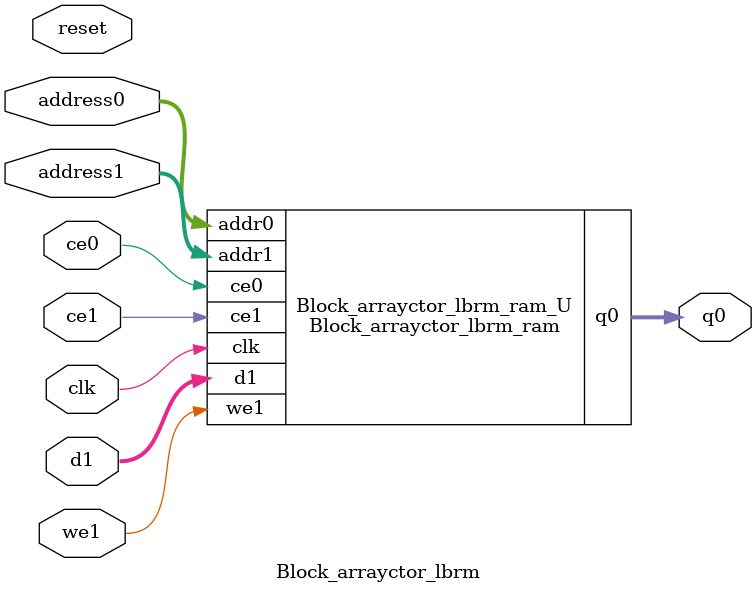
<source format=v>
`timescale 1 ns / 1 ps
module Block_arrayctor_lbrm_ram (addr0, ce0, q0, addr1, ce1, d1, we1,  clk);

parameter DWIDTH = 4;
parameter AWIDTH = 7;
parameter MEM_SIZE = 82;

input[AWIDTH-1:0] addr0;
input ce0;
output reg[DWIDTH-1:0] q0;
input[AWIDTH-1:0] addr1;
input ce1;
input[DWIDTH-1:0] d1;
input we1;
input clk;

(* ram_style = "distributed" *)reg [DWIDTH-1:0] ram[0:MEM_SIZE-1];




always @(posedge clk)  
begin 
    if (ce0) begin
        q0 <= ram[addr0];
    end
end


always @(posedge clk)  
begin 
    if (ce1) begin
        if (we1) 
            ram[addr1] <= d1; 
    end
end


endmodule

`timescale 1 ns / 1 ps
module Block_arrayctor_lbrm(
    reset,
    clk,
    address0,
    ce0,
    q0,
    address1,
    ce1,
    we1,
    d1);

parameter DataWidth = 32'd4;
parameter AddressRange = 32'd82;
parameter AddressWidth = 32'd7;
input reset;
input clk;
input[AddressWidth - 1:0] address0;
input ce0;
output[DataWidth - 1:0] q0;
input[AddressWidth - 1:0] address1;
input ce1;
input we1;
input[DataWidth - 1:0] d1;



Block_arrayctor_lbrm_ram Block_arrayctor_lbrm_ram_U(
    .clk( clk ),
    .addr0( address0 ),
    .ce0( ce0 ),
    .q0( q0 ),
    .addr1( address1 ),
    .ce1( ce1 ),
    .we1( we1 ),
    .d1( d1 ));

endmodule


</source>
